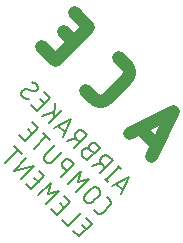
<source format=gbr>
G04 EAGLE Gerber RS-274X export*
G75*
%MOMM*%
%FSLAX34Y34*%
%LPD*%
%INSilkscreen Bottom*%
%IPPOS*%
%AMOC8*
5,1,8,0,0,1.08239X$1,22.5*%
G01*
%ADD10C,1.117600*%
%ADD11C,0.127000*%


D10*
X1035848Y447433D02*
X1054527Y484791D01*
X1017170Y466112D01*
X1026509Y470782D02*
X1040518Y456773D01*
X986804Y496477D02*
X980578Y502704D01*
X986805Y496478D02*
X986957Y496329D01*
X987113Y496184D01*
X987272Y496043D01*
X987435Y495906D01*
X987601Y495773D01*
X987770Y495644D01*
X987942Y495519D01*
X988117Y495398D01*
X988295Y495281D01*
X988476Y495169D01*
X988659Y495061D01*
X988845Y494958D01*
X989034Y494859D01*
X989224Y494764D01*
X989417Y494675D01*
X989612Y494590D01*
X989809Y494510D01*
X990008Y494434D01*
X990209Y494363D01*
X990411Y494298D01*
X990615Y494237D01*
X990821Y494181D01*
X991027Y494130D01*
X991235Y494084D01*
X991444Y494043D01*
X991654Y494007D01*
X991864Y493977D01*
X992075Y493951D01*
X992287Y493930D01*
X992499Y493915D01*
X992712Y493905D01*
X992925Y493900D01*
X993137Y493900D01*
X993350Y493905D01*
X993563Y493915D01*
X993775Y493930D01*
X993987Y493951D01*
X994198Y493977D01*
X994408Y494007D01*
X994618Y494043D01*
X994827Y494084D01*
X995035Y494130D01*
X995241Y494181D01*
X995447Y494237D01*
X995651Y494298D01*
X995853Y494363D01*
X996054Y494434D01*
X996253Y494510D01*
X996450Y494590D01*
X996645Y494675D01*
X996838Y494764D01*
X997028Y494859D01*
X997217Y494958D01*
X997403Y495061D01*
X997586Y495169D01*
X997767Y495281D01*
X997945Y495398D01*
X998120Y495519D01*
X998292Y495644D01*
X998461Y495773D01*
X998627Y495906D01*
X998790Y496043D01*
X998949Y496184D01*
X999105Y496329D01*
X999257Y496478D01*
X999257Y496477D02*
X1014823Y512043D01*
X1014822Y512043D02*
X1014973Y512198D01*
X1015120Y512356D01*
X1015263Y512518D01*
X1015402Y512683D01*
X1015537Y512852D01*
X1015668Y513024D01*
X1015795Y513199D01*
X1015917Y513377D01*
X1016035Y513558D01*
X1016148Y513742D01*
X1016257Y513929D01*
X1016361Y514118D01*
X1016461Y514310D01*
X1016556Y514504D01*
X1016646Y514701D01*
X1016731Y514899D01*
X1016811Y515100D01*
X1016886Y515303D01*
X1016957Y515507D01*
X1017022Y515713D01*
X1017082Y515921D01*
X1017137Y516130D01*
X1017187Y516340D01*
X1017232Y516551D01*
X1017271Y516764D01*
X1017306Y516977D01*
X1017335Y517191D01*
X1017359Y517406D01*
X1017377Y517621D01*
X1017390Y517837D01*
X1017398Y518053D01*
X1017401Y518269D01*
X1017398Y518485D01*
X1017390Y518701D01*
X1017377Y518917D01*
X1017359Y519132D01*
X1017335Y519347D01*
X1017306Y519561D01*
X1017271Y519774D01*
X1017232Y519987D01*
X1017187Y520198D01*
X1017137Y520408D01*
X1017082Y520617D01*
X1017022Y520825D01*
X1016957Y521031D01*
X1016886Y521235D01*
X1016811Y521438D01*
X1016731Y521638D01*
X1016646Y521837D01*
X1016556Y522034D01*
X1016461Y522228D01*
X1016361Y522420D01*
X1016257Y522609D01*
X1016148Y522796D01*
X1016035Y522980D01*
X1015917Y523161D01*
X1015795Y523339D01*
X1015668Y523514D01*
X1015537Y523686D01*
X1015402Y523855D01*
X1015263Y524020D01*
X1015120Y524182D01*
X1014973Y524340D01*
X1014822Y524495D01*
X1014823Y524496D02*
X1008596Y530722D01*
X955186Y528096D02*
X942733Y540548D01*
X955186Y528096D02*
X983204Y556114D01*
X970752Y568567D01*
X961412Y553001D02*
X970752Y543661D01*
D11*
X1017800Y429102D02*
X1010496Y414494D01*
X1003192Y421798D02*
X1017800Y429102D01*
X1006844Y423624D02*
X1012322Y418146D01*
X998435Y426555D02*
X1009391Y437511D01*
X997218Y427773D02*
X999652Y425338D01*
X1010608Y436294D02*
X1008173Y438729D01*
X1003614Y443288D02*
X992658Y432332D01*
X1003614Y443288D02*
X1000571Y446331D01*
X1000570Y446331D02*
X1000477Y446422D01*
X1000381Y446510D01*
X1000282Y446594D01*
X1000181Y446676D01*
X1000078Y446755D01*
X999972Y446830D01*
X999864Y446902D01*
X999754Y446971D01*
X999641Y447037D01*
X999527Y447099D01*
X999411Y447158D01*
X999293Y447213D01*
X999174Y447264D01*
X999053Y447312D01*
X998931Y447357D01*
X998807Y447397D01*
X998683Y447434D01*
X998557Y447467D01*
X998430Y447496D01*
X998303Y447522D01*
X998175Y447543D01*
X998046Y447561D01*
X997916Y447574D01*
X997787Y447584D01*
X997657Y447590D01*
X997527Y447592D01*
X997397Y447590D01*
X997267Y447584D01*
X997137Y447574D01*
X997008Y447561D01*
X996879Y447543D01*
X996751Y447521D01*
X996624Y447496D01*
X996497Y447467D01*
X996371Y447434D01*
X996247Y447397D01*
X996123Y447357D01*
X996001Y447312D01*
X995880Y447264D01*
X995761Y447213D01*
X995643Y447158D01*
X995527Y447099D01*
X995413Y447037D01*
X995300Y446971D01*
X995190Y446902D01*
X995082Y446830D01*
X994976Y446755D01*
X994873Y446676D01*
X994772Y446594D01*
X994673Y446510D01*
X994577Y446422D01*
X994484Y446331D01*
X994393Y446238D01*
X994305Y446142D01*
X994221Y446043D01*
X994139Y445942D01*
X994060Y445839D01*
X993985Y445733D01*
X993913Y445625D01*
X993844Y445515D01*
X993778Y445402D01*
X993716Y445288D01*
X993657Y445172D01*
X993602Y445054D01*
X993551Y444935D01*
X993503Y444814D01*
X993458Y444692D01*
X993418Y444568D01*
X993381Y444444D01*
X993348Y444318D01*
X993319Y444191D01*
X993294Y444064D01*
X993272Y443936D01*
X993254Y443807D01*
X993241Y443678D01*
X993231Y443548D01*
X993225Y443418D01*
X993223Y443288D01*
X993225Y443158D01*
X993231Y443028D01*
X993241Y442899D01*
X993254Y442769D01*
X993272Y442640D01*
X993293Y442512D01*
X993319Y442385D01*
X993348Y442258D01*
X993381Y442132D01*
X993418Y442008D01*
X993458Y441884D01*
X993503Y441762D01*
X993551Y441641D01*
X993602Y441522D01*
X993657Y441404D01*
X993716Y441288D01*
X993778Y441174D01*
X993844Y441061D01*
X993913Y440951D01*
X993985Y440843D01*
X994060Y440737D01*
X994139Y440634D01*
X994221Y440533D01*
X994305Y440434D01*
X994393Y440338D01*
X994484Y440245D01*
X997527Y437202D01*
X993875Y440854D02*
X986571Y438419D01*
X987804Y449360D02*
X984760Y452403D01*
X984667Y452494D01*
X984571Y452582D01*
X984472Y452666D01*
X984371Y452748D01*
X984268Y452827D01*
X984162Y452902D01*
X984054Y452974D01*
X983944Y453043D01*
X983831Y453109D01*
X983717Y453171D01*
X983601Y453230D01*
X983483Y453285D01*
X983364Y453336D01*
X983243Y453384D01*
X983121Y453429D01*
X982997Y453469D01*
X982873Y453506D01*
X982747Y453539D01*
X982620Y453568D01*
X982493Y453594D01*
X982365Y453615D01*
X982236Y453633D01*
X982106Y453646D01*
X981977Y453656D01*
X981847Y453662D01*
X981717Y453664D01*
X981587Y453662D01*
X981457Y453656D01*
X981327Y453646D01*
X981198Y453633D01*
X981069Y453615D01*
X980941Y453593D01*
X980814Y453568D01*
X980687Y453539D01*
X980561Y453506D01*
X980437Y453469D01*
X980313Y453429D01*
X980191Y453384D01*
X980070Y453336D01*
X979951Y453285D01*
X979833Y453230D01*
X979717Y453171D01*
X979603Y453109D01*
X979490Y453043D01*
X979380Y452974D01*
X979272Y452902D01*
X979166Y452827D01*
X979063Y452748D01*
X978962Y452666D01*
X978863Y452582D01*
X978767Y452494D01*
X978674Y452403D01*
X978583Y452310D01*
X978495Y452214D01*
X978411Y452115D01*
X978329Y452014D01*
X978250Y451911D01*
X978175Y451805D01*
X978103Y451697D01*
X978034Y451587D01*
X977968Y451474D01*
X977906Y451360D01*
X977847Y451244D01*
X977792Y451126D01*
X977741Y451007D01*
X977693Y450886D01*
X977648Y450764D01*
X977608Y450640D01*
X977571Y450516D01*
X977538Y450390D01*
X977509Y450263D01*
X977484Y450136D01*
X977462Y450008D01*
X977444Y449879D01*
X977431Y449750D01*
X977421Y449620D01*
X977415Y449490D01*
X977413Y449360D01*
X977415Y449230D01*
X977421Y449100D01*
X977431Y448971D01*
X977444Y448841D01*
X977462Y448712D01*
X977483Y448584D01*
X977509Y448457D01*
X977538Y448330D01*
X977571Y448204D01*
X977608Y448080D01*
X977648Y447956D01*
X977693Y447834D01*
X977741Y447713D01*
X977792Y447594D01*
X977847Y447476D01*
X977906Y447360D01*
X977968Y447246D01*
X978034Y447133D01*
X978103Y447023D01*
X978175Y446915D01*
X978250Y446809D01*
X978329Y446706D01*
X978411Y446605D01*
X978495Y446506D01*
X978583Y446410D01*
X978674Y446317D01*
X978674Y446316D02*
X981717Y443273D01*
X992673Y454229D01*
X989630Y457272D01*
X989630Y457273D02*
X989546Y457353D01*
X989460Y457431D01*
X989371Y457506D01*
X989279Y457578D01*
X989186Y457647D01*
X989090Y457713D01*
X988991Y457775D01*
X988891Y457834D01*
X988789Y457890D01*
X988685Y457942D01*
X988579Y457990D01*
X988472Y458035D01*
X988363Y458077D01*
X988253Y458114D01*
X988142Y458148D01*
X988030Y458178D01*
X987917Y458205D01*
X987802Y458227D01*
X987688Y458246D01*
X987572Y458260D01*
X987456Y458271D01*
X987340Y458278D01*
X987224Y458281D01*
X987108Y458280D01*
X986992Y458275D01*
X986876Y458266D01*
X986760Y458253D01*
X986645Y458237D01*
X986530Y458216D01*
X986417Y458192D01*
X986304Y458164D01*
X986192Y458132D01*
X986081Y458096D01*
X985972Y458056D01*
X985864Y458013D01*
X985758Y457967D01*
X985653Y457916D01*
X985550Y457862D01*
X985448Y457805D01*
X985349Y457744D01*
X985252Y457680D01*
X985157Y457613D01*
X985065Y457543D01*
X984974Y457469D01*
X984887Y457393D01*
X984802Y457313D01*
X984720Y457231D01*
X984640Y457146D01*
X984564Y457059D01*
X984490Y456968D01*
X984420Y456876D01*
X984353Y456781D01*
X984289Y456684D01*
X984228Y456585D01*
X984171Y456483D01*
X984117Y456380D01*
X984066Y456275D01*
X984020Y456169D01*
X983977Y456061D01*
X983937Y455952D01*
X983901Y455841D01*
X983869Y455729D01*
X983841Y455616D01*
X983817Y455503D01*
X983796Y455388D01*
X983780Y455273D01*
X983767Y455157D01*
X983758Y455041D01*
X983753Y454925D01*
X983752Y454809D01*
X983755Y454693D01*
X983762Y454577D01*
X983773Y454461D01*
X983787Y454345D01*
X983806Y454231D01*
X983828Y454116D01*
X983855Y454003D01*
X983885Y453891D01*
X983919Y453780D01*
X983956Y453670D01*
X983998Y453561D01*
X984043Y453454D01*
X984091Y453348D01*
X984143Y453244D01*
X984199Y453142D01*
X984258Y453042D01*
X984320Y452943D01*
X984386Y452847D01*
X984455Y452754D01*
X984527Y452662D01*
X984602Y452573D01*
X984680Y452487D01*
X984760Y452403D01*
X982240Y464662D02*
X971284Y453706D01*
X982240Y464662D02*
X979197Y467705D01*
X979104Y467796D01*
X979008Y467884D01*
X978909Y467968D01*
X978808Y468050D01*
X978705Y468129D01*
X978599Y468204D01*
X978491Y468276D01*
X978381Y468345D01*
X978268Y468411D01*
X978154Y468473D01*
X978038Y468532D01*
X977920Y468587D01*
X977801Y468638D01*
X977680Y468686D01*
X977558Y468731D01*
X977434Y468771D01*
X977310Y468808D01*
X977184Y468841D01*
X977057Y468870D01*
X976930Y468896D01*
X976802Y468917D01*
X976673Y468935D01*
X976543Y468948D01*
X976414Y468958D01*
X976284Y468964D01*
X976154Y468966D01*
X976024Y468964D01*
X975894Y468958D01*
X975764Y468948D01*
X975635Y468935D01*
X975506Y468917D01*
X975378Y468895D01*
X975251Y468870D01*
X975124Y468841D01*
X974998Y468808D01*
X974874Y468771D01*
X974750Y468731D01*
X974628Y468686D01*
X974507Y468638D01*
X974388Y468587D01*
X974270Y468532D01*
X974154Y468473D01*
X974040Y468411D01*
X973927Y468345D01*
X973817Y468276D01*
X973709Y468204D01*
X973603Y468129D01*
X973500Y468050D01*
X973399Y467968D01*
X973300Y467884D01*
X973204Y467796D01*
X973111Y467705D01*
X973020Y467612D01*
X972932Y467516D01*
X972848Y467417D01*
X972766Y467316D01*
X972687Y467213D01*
X972612Y467107D01*
X972540Y466999D01*
X972471Y466889D01*
X972405Y466776D01*
X972343Y466662D01*
X972284Y466546D01*
X972229Y466428D01*
X972178Y466309D01*
X972130Y466188D01*
X972085Y466066D01*
X972045Y465942D01*
X972008Y465818D01*
X971975Y465692D01*
X971946Y465565D01*
X971921Y465438D01*
X971899Y465310D01*
X971881Y465181D01*
X971868Y465052D01*
X971858Y464922D01*
X971852Y464792D01*
X971850Y464662D01*
X971852Y464532D01*
X971858Y464402D01*
X971868Y464273D01*
X971881Y464143D01*
X971899Y464014D01*
X971920Y463886D01*
X971946Y463759D01*
X971975Y463632D01*
X972008Y463506D01*
X972045Y463382D01*
X972085Y463258D01*
X972130Y463136D01*
X972178Y463015D01*
X972229Y462896D01*
X972284Y462778D01*
X972343Y462662D01*
X972405Y462548D01*
X972471Y462435D01*
X972540Y462325D01*
X972612Y462217D01*
X972687Y462111D01*
X972766Y462008D01*
X972848Y461907D01*
X972932Y461808D01*
X973020Y461712D01*
X973111Y461619D01*
X973110Y461619D02*
X976154Y458575D01*
X972502Y462227D02*
X965198Y459793D01*
X961442Y463549D02*
X968746Y478156D01*
X954138Y470852D01*
X957790Y472678D02*
X963268Y467200D01*
X949832Y475158D02*
X960788Y486114D01*
X954701Y492201D02*
X954092Y479419D01*
X954092Y484288D02*
X943745Y481245D01*
X939440Y485550D02*
X934571Y490419D01*
X939440Y485550D02*
X950396Y496506D01*
X945527Y501375D01*
X941875Y495289D02*
X945527Y491637D01*
X927398Y497592D02*
X927318Y497675D01*
X927241Y497760D01*
X927167Y497848D01*
X927096Y497939D01*
X927027Y498031D01*
X926962Y498126D01*
X926900Y498223D01*
X926842Y498322D01*
X926786Y498423D01*
X926735Y498526D01*
X926686Y498630D01*
X926641Y498736D01*
X926600Y498843D01*
X926562Y498952D01*
X926528Y499062D01*
X926498Y499173D01*
X926471Y499285D01*
X926448Y499398D01*
X926429Y499511D01*
X926414Y499625D01*
X926402Y499740D01*
X926394Y499854D01*
X926390Y499969D01*
X926390Y500085D01*
X926394Y500200D01*
X926402Y500314D01*
X926414Y500429D01*
X926429Y500543D01*
X926448Y500656D01*
X926471Y500769D01*
X926498Y500881D01*
X926528Y500992D01*
X926562Y501102D01*
X926600Y501211D01*
X926641Y501318D01*
X926686Y501424D01*
X926735Y501528D01*
X926786Y501631D01*
X926842Y501732D01*
X926900Y501831D01*
X926962Y501928D01*
X927027Y502023D01*
X927096Y502115D01*
X927167Y502206D01*
X927241Y502294D01*
X927318Y502379D01*
X927398Y502462D01*
X927398Y497592D02*
X927523Y497471D01*
X927650Y497352D01*
X927780Y497237D01*
X927913Y497124D01*
X928049Y497015D01*
X928187Y496909D01*
X928327Y496807D01*
X928471Y496708D01*
X928616Y496612D01*
X928763Y496520D01*
X928913Y496431D01*
X929065Y496346D01*
X929219Y496265D01*
X929375Y496187D01*
X929532Y496114D01*
X929692Y496043D01*
X929852Y495977D01*
X930015Y495915D01*
X930179Y495856D01*
X930344Y495802D01*
X930511Y495751D01*
X930678Y495705D01*
X930847Y495662D01*
X931017Y495624D01*
X931187Y495589D01*
X931359Y495559D01*
X931531Y495533D01*
X931703Y495510D01*
X931876Y495492D01*
X932050Y495479D01*
X932224Y495469D01*
X932397Y495463D01*
X932571Y495462D01*
X939267Y502765D02*
X939347Y502848D01*
X939424Y502933D01*
X939498Y503021D01*
X939569Y503112D01*
X939638Y503204D01*
X939703Y503299D01*
X939765Y503396D01*
X939823Y503495D01*
X939879Y503596D01*
X939930Y503699D01*
X939979Y503803D01*
X940024Y503909D01*
X940065Y504016D01*
X940103Y504125D01*
X940137Y504235D01*
X940167Y504346D01*
X940194Y504458D01*
X940217Y504571D01*
X940236Y504684D01*
X940251Y504798D01*
X940263Y504913D01*
X940271Y505027D01*
X940275Y505142D01*
X940275Y505258D01*
X940271Y505373D01*
X940263Y505487D01*
X940251Y505602D01*
X940236Y505716D01*
X940217Y505829D01*
X940194Y505942D01*
X940167Y506054D01*
X940137Y506165D01*
X940103Y506275D01*
X940065Y506384D01*
X940024Y506491D01*
X939979Y506597D01*
X939930Y506701D01*
X939879Y506804D01*
X939823Y506905D01*
X939765Y507004D01*
X939703Y507101D01*
X939638Y507196D01*
X939569Y507288D01*
X939498Y507379D01*
X939424Y507467D01*
X939347Y507552D01*
X939267Y507635D01*
X939153Y507747D01*
X939036Y507855D01*
X938916Y507961D01*
X938794Y508064D01*
X938669Y508164D01*
X938541Y508260D01*
X938412Y508354D01*
X938280Y508444D01*
X938146Y508531D01*
X938010Y508614D01*
X937871Y508694D01*
X937731Y508771D01*
X937589Y508844D01*
X937445Y508914D01*
X937300Y508980D01*
X937153Y509043D01*
X937004Y509102D01*
X936854Y509157D01*
X936703Y509208D01*
X936551Y509256D01*
X936397Y509300D01*
X936242Y509340D01*
X936087Y509376D01*
X935930Y509408D01*
X935773Y509437D01*
X935615Y509461D01*
X935919Y501853D02*
X936033Y501826D01*
X936148Y501802D01*
X936263Y501783D01*
X936379Y501767D01*
X936496Y501755D01*
X936613Y501747D01*
X936730Y501743D01*
X936847Y501742D01*
X936964Y501746D01*
X937081Y501754D01*
X937197Y501765D01*
X937313Y501781D01*
X937429Y501800D01*
X937544Y501823D01*
X937658Y501850D01*
X937771Y501881D01*
X937882Y501916D01*
X937993Y501954D01*
X938102Y501996D01*
X938210Y502042D01*
X938317Y502091D01*
X938421Y502144D01*
X938524Y502200D01*
X938625Y502259D01*
X938723Y502322D01*
X938820Y502389D01*
X938914Y502458D01*
X939006Y502531D01*
X939096Y502606D01*
X939183Y502685D01*
X939267Y502766D01*
X930746Y503375D02*
X930632Y503402D01*
X930517Y503426D01*
X930402Y503445D01*
X930286Y503461D01*
X930169Y503473D01*
X930052Y503481D01*
X929935Y503485D01*
X929818Y503486D01*
X929701Y503482D01*
X929584Y503474D01*
X929468Y503463D01*
X929352Y503447D01*
X929236Y503428D01*
X929121Y503405D01*
X929007Y503378D01*
X928894Y503347D01*
X928783Y503312D01*
X928672Y503274D01*
X928563Y503232D01*
X928455Y503186D01*
X928348Y503137D01*
X928244Y503084D01*
X928141Y503028D01*
X928040Y502969D01*
X927942Y502906D01*
X927845Y502839D01*
X927751Y502770D01*
X927659Y502697D01*
X927569Y502622D01*
X927482Y502543D01*
X927398Y502462D01*
X930746Y503374D02*
X935919Y501853D01*
X987846Y401582D02*
X990281Y399148D01*
X990280Y399147D02*
X990363Y399067D01*
X990448Y398990D01*
X990536Y398916D01*
X990627Y398845D01*
X990719Y398776D01*
X990814Y398711D01*
X990911Y398649D01*
X991010Y398591D01*
X991111Y398535D01*
X991214Y398484D01*
X991318Y398435D01*
X991424Y398390D01*
X991531Y398349D01*
X991640Y398311D01*
X991750Y398277D01*
X991861Y398247D01*
X991973Y398220D01*
X992086Y398197D01*
X992199Y398178D01*
X992313Y398163D01*
X992428Y398151D01*
X992542Y398143D01*
X992657Y398139D01*
X992773Y398139D01*
X992888Y398143D01*
X993002Y398151D01*
X993117Y398163D01*
X993231Y398178D01*
X993344Y398197D01*
X993457Y398220D01*
X993569Y398247D01*
X993680Y398277D01*
X993790Y398311D01*
X993899Y398349D01*
X994006Y398390D01*
X994112Y398435D01*
X994216Y398484D01*
X994319Y398535D01*
X994420Y398591D01*
X994519Y398649D01*
X994616Y398711D01*
X994711Y398776D01*
X994803Y398845D01*
X994894Y398916D01*
X994982Y398990D01*
X995067Y399067D01*
X995150Y399147D01*
X995150Y399148D02*
X1001237Y405234D01*
X1001317Y405317D01*
X1001394Y405402D01*
X1001468Y405490D01*
X1001539Y405581D01*
X1001608Y405673D01*
X1001673Y405768D01*
X1001735Y405865D01*
X1001793Y405964D01*
X1001849Y406065D01*
X1001900Y406168D01*
X1001949Y406272D01*
X1001994Y406378D01*
X1002035Y406485D01*
X1002073Y406594D01*
X1002107Y406704D01*
X1002137Y406815D01*
X1002164Y406927D01*
X1002187Y407040D01*
X1002206Y407153D01*
X1002221Y407267D01*
X1002233Y407382D01*
X1002241Y407496D01*
X1002245Y407611D01*
X1002245Y407727D01*
X1002241Y407842D01*
X1002233Y407956D01*
X1002221Y408071D01*
X1002206Y408185D01*
X1002187Y408298D01*
X1002164Y408411D01*
X1002137Y408523D01*
X1002107Y408634D01*
X1002073Y408744D01*
X1002035Y408853D01*
X1001994Y408960D01*
X1001949Y409066D01*
X1001900Y409170D01*
X1001849Y409273D01*
X1001793Y409374D01*
X1001735Y409473D01*
X1001673Y409570D01*
X1001608Y409665D01*
X1001539Y409757D01*
X1001468Y409848D01*
X1001394Y409936D01*
X1001317Y410021D01*
X1001237Y410104D01*
X998802Y412538D01*
X991842Y413412D02*
X986972Y408543D01*
X991841Y413412D02*
X991932Y413505D01*
X992020Y413601D01*
X992104Y413700D01*
X992186Y413801D01*
X992265Y413904D01*
X992340Y414010D01*
X992412Y414118D01*
X992481Y414228D01*
X992547Y414341D01*
X992609Y414455D01*
X992668Y414571D01*
X992723Y414689D01*
X992774Y414808D01*
X992822Y414929D01*
X992867Y415051D01*
X992907Y415175D01*
X992944Y415299D01*
X992977Y415425D01*
X993006Y415552D01*
X993031Y415679D01*
X993053Y415807D01*
X993071Y415936D01*
X993084Y416065D01*
X993094Y416195D01*
X993100Y416325D01*
X993102Y416455D01*
X993100Y416585D01*
X993094Y416715D01*
X993084Y416845D01*
X993071Y416974D01*
X993053Y417103D01*
X993032Y417231D01*
X993006Y417358D01*
X992977Y417485D01*
X992944Y417611D01*
X992907Y417735D01*
X992867Y417859D01*
X992822Y417981D01*
X992774Y418102D01*
X992723Y418221D01*
X992668Y418339D01*
X992609Y418455D01*
X992547Y418569D01*
X992481Y418682D01*
X992412Y418792D01*
X992340Y418900D01*
X992265Y419006D01*
X992186Y419109D01*
X992104Y419210D01*
X992020Y419309D01*
X991932Y419405D01*
X991841Y419498D01*
X991748Y419589D01*
X991652Y419677D01*
X991553Y419761D01*
X991452Y419843D01*
X991349Y419922D01*
X991243Y419997D01*
X991135Y420069D01*
X991025Y420138D01*
X990912Y420204D01*
X990798Y420266D01*
X990682Y420325D01*
X990564Y420380D01*
X990445Y420431D01*
X990324Y420479D01*
X990202Y420524D01*
X990078Y420564D01*
X989954Y420601D01*
X989828Y420634D01*
X989701Y420663D01*
X989574Y420688D01*
X989446Y420710D01*
X989317Y420728D01*
X989188Y420741D01*
X989058Y420751D01*
X988928Y420757D01*
X988798Y420759D01*
X988668Y420757D01*
X988538Y420751D01*
X988409Y420741D01*
X988279Y420728D01*
X988150Y420710D01*
X988022Y420689D01*
X987895Y420663D01*
X987768Y420634D01*
X987642Y420601D01*
X987518Y420564D01*
X987394Y420524D01*
X987272Y420479D01*
X987151Y420431D01*
X987032Y420380D01*
X986914Y420325D01*
X986798Y420266D01*
X986684Y420204D01*
X986571Y420138D01*
X986461Y420069D01*
X986353Y419997D01*
X986247Y419922D01*
X986144Y419843D01*
X986043Y419761D01*
X985944Y419677D01*
X985848Y419589D01*
X985755Y419498D01*
X985755Y419499D02*
X980886Y414629D01*
X980795Y414536D01*
X980707Y414440D01*
X980623Y414341D01*
X980541Y414240D01*
X980462Y414137D01*
X980387Y414031D01*
X980315Y413923D01*
X980246Y413813D01*
X980180Y413700D01*
X980118Y413586D01*
X980059Y413470D01*
X980004Y413352D01*
X979953Y413233D01*
X979905Y413112D01*
X979860Y412990D01*
X979820Y412866D01*
X979783Y412742D01*
X979750Y412616D01*
X979721Y412489D01*
X979695Y412362D01*
X979674Y412234D01*
X979656Y412105D01*
X979643Y411975D01*
X979633Y411846D01*
X979627Y411716D01*
X979625Y411586D01*
X979627Y411456D01*
X979633Y411326D01*
X979643Y411196D01*
X979656Y411067D01*
X979674Y410938D01*
X979696Y410810D01*
X979721Y410683D01*
X979750Y410556D01*
X979783Y410430D01*
X979820Y410306D01*
X979860Y410182D01*
X979905Y410060D01*
X979953Y409939D01*
X980004Y409820D01*
X980059Y409702D01*
X980118Y409586D01*
X980180Y409472D01*
X980246Y409359D01*
X980315Y409249D01*
X980387Y409141D01*
X980462Y409035D01*
X980541Y408932D01*
X980623Y408831D01*
X980707Y408732D01*
X980795Y408636D01*
X980886Y408543D01*
X980979Y408452D01*
X981075Y408364D01*
X981174Y408280D01*
X981275Y408198D01*
X981378Y408119D01*
X981484Y408044D01*
X981592Y407972D01*
X981702Y407903D01*
X981815Y407837D01*
X981929Y407775D01*
X982045Y407716D01*
X982163Y407661D01*
X982282Y407610D01*
X982403Y407562D01*
X982525Y407517D01*
X982649Y407477D01*
X982773Y407440D01*
X982899Y407407D01*
X983026Y407378D01*
X983153Y407353D01*
X983281Y407331D01*
X983410Y407313D01*
X983539Y407300D01*
X983669Y407290D01*
X983799Y407284D01*
X983929Y407282D01*
X984059Y407284D01*
X984189Y407290D01*
X984318Y407300D01*
X984448Y407313D01*
X984577Y407331D01*
X984705Y407352D01*
X984832Y407378D01*
X984959Y407407D01*
X985085Y407440D01*
X985209Y407477D01*
X985333Y407517D01*
X985455Y407562D01*
X985576Y407610D01*
X985695Y407661D01*
X985813Y407716D01*
X985929Y407775D01*
X986043Y407837D01*
X986156Y407903D01*
X986266Y407972D01*
X986374Y408044D01*
X986480Y408119D01*
X986583Y408198D01*
X986684Y408280D01*
X986783Y408364D01*
X986879Y408452D01*
X986972Y408543D01*
X972975Y416454D02*
X983931Y427409D01*
X974192Y424975D01*
X976627Y434713D01*
X965671Y423757D01*
X960314Y429115D02*
X971270Y440071D01*
X968226Y443114D01*
X968226Y443113D02*
X968133Y443204D01*
X968037Y443292D01*
X967938Y443376D01*
X967837Y443458D01*
X967734Y443537D01*
X967628Y443612D01*
X967520Y443684D01*
X967410Y443753D01*
X967297Y443819D01*
X967183Y443881D01*
X967067Y443940D01*
X966949Y443995D01*
X966830Y444046D01*
X966709Y444094D01*
X966587Y444139D01*
X966463Y444179D01*
X966339Y444216D01*
X966213Y444249D01*
X966086Y444278D01*
X965959Y444304D01*
X965831Y444325D01*
X965702Y444343D01*
X965572Y444356D01*
X965443Y444366D01*
X965313Y444372D01*
X965183Y444374D01*
X965053Y444372D01*
X964923Y444366D01*
X964793Y444356D01*
X964664Y444343D01*
X964535Y444325D01*
X964407Y444303D01*
X964280Y444278D01*
X964153Y444249D01*
X964027Y444216D01*
X963903Y444179D01*
X963779Y444139D01*
X963657Y444094D01*
X963536Y444046D01*
X963417Y443995D01*
X963299Y443940D01*
X963183Y443881D01*
X963069Y443819D01*
X962956Y443753D01*
X962846Y443684D01*
X962738Y443612D01*
X962632Y443537D01*
X962529Y443458D01*
X962428Y443376D01*
X962329Y443292D01*
X962233Y443204D01*
X962140Y443113D01*
X962049Y443020D01*
X961961Y442924D01*
X961877Y442825D01*
X961795Y442724D01*
X961716Y442621D01*
X961641Y442515D01*
X961569Y442407D01*
X961500Y442297D01*
X961434Y442184D01*
X961372Y442070D01*
X961313Y441954D01*
X961258Y441836D01*
X961207Y441717D01*
X961159Y441596D01*
X961114Y441474D01*
X961074Y441350D01*
X961037Y441226D01*
X961004Y441100D01*
X960975Y440973D01*
X960950Y440846D01*
X960928Y440718D01*
X960910Y440589D01*
X960897Y440460D01*
X960887Y440330D01*
X960881Y440200D01*
X960879Y440070D01*
X960881Y439940D01*
X960887Y439810D01*
X960897Y439681D01*
X960910Y439551D01*
X960928Y439422D01*
X960949Y439294D01*
X960975Y439167D01*
X961004Y439040D01*
X961037Y438914D01*
X961074Y438790D01*
X961114Y438666D01*
X961159Y438544D01*
X961207Y438423D01*
X961258Y438304D01*
X961313Y438186D01*
X961372Y438070D01*
X961434Y437956D01*
X961500Y437843D01*
X961569Y437733D01*
X961641Y437625D01*
X961716Y437519D01*
X961795Y437416D01*
X961877Y437315D01*
X961961Y437216D01*
X962049Y437120D01*
X962140Y437027D01*
X965183Y433984D01*
X952985Y442530D02*
X960897Y450443D01*
X952984Y442531D02*
X952891Y442440D01*
X952795Y442352D01*
X952696Y442268D01*
X952595Y442186D01*
X952492Y442107D01*
X952386Y442032D01*
X952278Y441960D01*
X952168Y441891D01*
X952055Y441825D01*
X951941Y441763D01*
X951825Y441704D01*
X951707Y441649D01*
X951588Y441598D01*
X951467Y441550D01*
X951345Y441505D01*
X951221Y441465D01*
X951097Y441428D01*
X950971Y441395D01*
X950844Y441366D01*
X950717Y441340D01*
X950589Y441319D01*
X950460Y441301D01*
X950330Y441288D01*
X950201Y441278D01*
X950071Y441272D01*
X949941Y441270D01*
X949811Y441272D01*
X949681Y441278D01*
X949551Y441288D01*
X949422Y441301D01*
X949293Y441319D01*
X949165Y441341D01*
X949038Y441366D01*
X948911Y441395D01*
X948785Y441428D01*
X948661Y441465D01*
X948537Y441505D01*
X948415Y441550D01*
X948294Y441598D01*
X948175Y441649D01*
X948057Y441704D01*
X947941Y441763D01*
X947827Y441825D01*
X947714Y441891D01*
X947604Y441960D01*
X947496Y442032D01*
X947390Y442107D01*
X947287Y442186D01*
X947186Y442268D01*
X947087Y442352D01*
X946991Y442440D01*
X946898Y442531D01*
X946807Y442624D01*
X946719Y442720D01*
X946635Y442819D01*
X946553Y442920D01*
X946474Y443023D01*
X946399Y443129D01*
X946327Y443237D01*
X946258Y443347D01*
X946192Y443460D01*
X946130Y443574D01*
X946071Y443690D01*
X946016Y443808D01*
X945965Y443927D01*
X945917Y444048D01*
X945872Y444170D01*
X945832Y444294D01*
X945795Y444418D01*
X945762Y444544D01*
X945733Y444671D01*
X945708Y444798D01*
X945686Y444926D01*
X945668Y445055D01*
X945655Y445184D01*
X945645Y445314D01*
X945639Y445444D01*
X945637Y445574D01*
X945639Y445704D01*
X945645Y445834D01*
X945655Y445963D01*
X945668Y446093D01*
X945686Y446222D01*
X945707Y446350D01*
X945733Y446477D01*
X945762Y446604D01*
X945795Y446730D01*
X945832Y446854D01*
X945872Y446978D01*
X945917Y447100D01*
X945965Y447221D01*
X946016Y447340D01*
X946071Y447458D01*
X946130Y447574D01*
X946192Y447688D01*
X946258Y447801D01*
X946327Y447911D01*
X946399Y448019D01*
X946474Y448125D01*
X946553Y448228D01*
X946635Y448329D01*
X946719Y448428D01*
X946807Y448524D01*
X946898Y448617D01*
X954811Y456530D01*
X947693Y463647D02*
X936737Y452692D01*
X950736Y460604D02*
X944649Y466691D01*
X929600Y459829D02*
X924730Y464698D01*
X929600Y459829D02*
X940555Y470785D01*
X935686Y475654D01*
X932034Y469567D02*
X935686Y465915D01*
X970065Y383801D02*
X974934Y378932D01*
X985890Y389888D01*
X981021Y394757D01*
X977369Y388671D02*
X981021Y385019D01*
X976780Y398998D02*
X965824Y388042D01*
X960955Y392912D01*
X956714Y397152D02*
X951845Y402022D01*
X956714Y397152D02*
X967670Y408108D01*
X962801Y412978D01*
X959149Y406891D02*
X962801Y403239D01*
X958487Y417291D02*
X947531Y406335D01*
X948748Y414857D02*
X958487Y417291D01*
X948748Y414857D02*
X951183Y424595D01*
X940227Y413639D01*
X934990Y418877D02*
X930121Y423746D01*
X934990Y418877D02*
X945946Y429832D01*
X941077Y434702D01*
X937425Y428615D02*
X941077Y424963D01*
X936855Y438923D02*
X925899Y427967D01*
X919813Y434054D02*
X936855Y438923D01*
X930768Y445010D02*
X919813Y434054D01*
X912695Y441172D02*
X923650Y452128D01*
X920607Y455171D02*
X926694Y449085D01*
M02*

</source>
